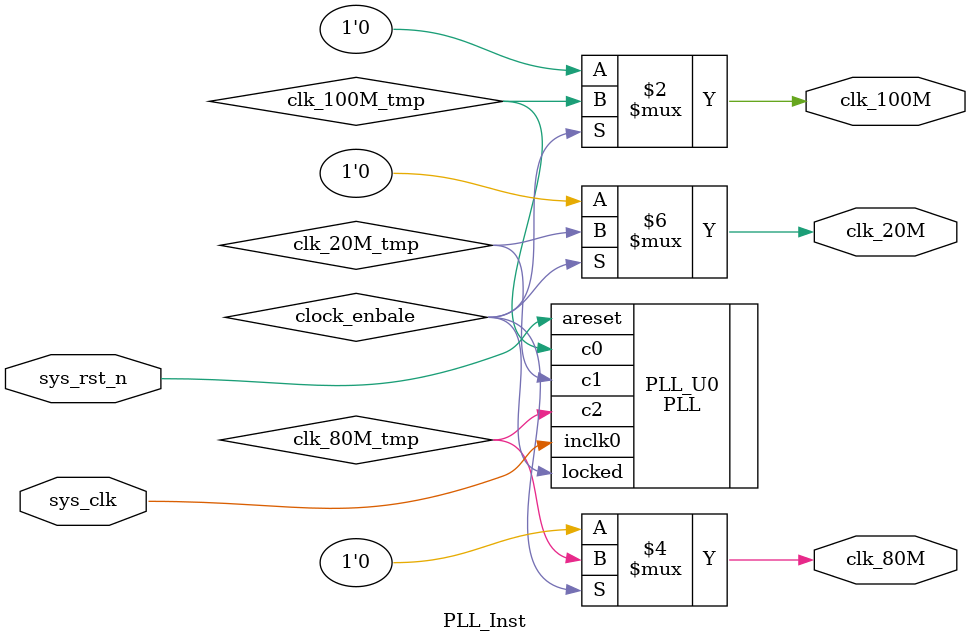
<source format=v>
/****************************************Copyright (c)**************************************************
**                                      Dongdong   Studio 
**                                     
**---------------------------------------File Info-----------------------------------------------------
** File name:           PLL
** Last modified Date:  2009-11-13
** Last Version:        1.0
** Descriptions:        PLL
**------------------------------------------------------------------------------------------------------
** Created by:          dongdong
** Created date:        2009-11-13
** Version:             1.0
** Descriptions:        The original version
**
**------------------------------------------------------------------------------------------------------
** Modified by:			
** Modified date:		
** Version:				
** Descriptions:		
**
**------------------------------------------------------------------------------------------------------
********************************************************************************************************/
module PLL_Inst ( 
              //input 
              sys_clk        ,
              sys_rst_n      ,

              //output 
              clk_100M       ,
              clk_20M        ,
              clk_80M        
              // data_out 
              );

//input ports

input                    sys_clk             ;    //system clock;
input                    sys_rst_n           ;    //system reset, low is active;


//output ports

output                   clk_100M            ;    //output clock 100M;  
output                   clk_20M             ;    //output clock 20M;  
output                   clk_80M             ;    //output clock 80M;  
//output                   clock_enbale        ;

//reg define 

//wire define 

wire                     clk_100M_tmp        ;    //wire clock 100M;  
wire                     clk_80M_tmp         ;    //wire clock 20M;  
wire                     clk_20M_tmp         ;    //wire clock 80M;  

wire                     clk_100M            ;    //wire clock 100M;  
wire                     clk_80M             ;    //wire clock 20M;  
wire                     clk_20M             ;    //wire clock 80M;  


//parameter define 
parameter WIDTH = 8;
parameter SIZE  = 8;

/*******************************************************************************************************
**                              Main Program    
**  
********************************************************************************************************/

//instance the PLL
PLL   PLL_U0    (
	              .areset  (sys_rst_n        )             ,
	              .inclk0  (sys_clk          )             ,
	              .c0      (clk_100M_tmp     )             ,
	              .c1      (clk_20M_tmp      )             ,
	              .c2      (clk_80M_tmp      )             ,
	              .locked  (clock_enbale     )             
	              );


//enbale the clock when the pll is locked

assign clk_100M = (clock_enbale == 1'b1)? clk_100M_tmp : 1'b0;
assign clk_80M  = (clock_enbale == 1'b1)? clk_80M_tmp  : 1'b0;
assign clk_20M  = (clock_enbale == 1'b1)? clk_20M_tmp  : 1'b0;

endmodule
//end of RTL code                       
</source>
